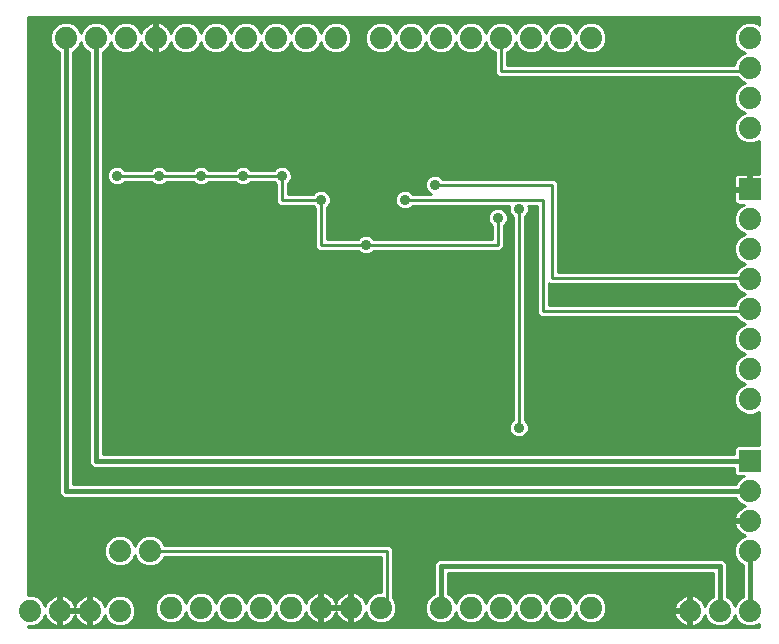
<source format=gbl>
G75*
%MOIN*%
%OFA0B0*%
%FSLAX24Y24*%
%IPPOS*%
%LPD*%
%AMOC8*
5,1,8,0,0,1.08239X$1,22.5*
%
%ADD10C,0.0740*%
%ADD11R,0.0740X0.0740*%
%ADD12C,0.0357*%
%ADD13C,0.0100*%
%ADD14C,0.0160*%
D10*
X009052Y002250D03*
X010052Y002250D03*
X011052Y002250D03*
X012052Y002250D03*
X013752Y002350D03*
X014752Y002350D03*
X015752Y002350D03*
X016752Y002350D03*
X017752Y002350D03*
X018752Y002350D03*
X019752Y002350D03*
X020752Y002350D03*
X022752Y002350D03*
X023752Y002350D03*
X024752Y002350D03*
X025752Y002350D03*
X026752Y002350D03*
X027752Y002350D03*
X031052Y002250D03*
X032052Y002250D03*
X033052Y002250D03*
X033052Y004250D03*
X033052Y005250D03*
X033052Y006250D03*
X033052Y009300D03*
X033052Y010300D03*
X033052Y011300D03*
X033052Y012300D03*
X033052Y013300D03*
X033052Y014300D03*
X033052Y015300D03*
X033052Y018350D03*
X033052Y019350D03*
X033052Y020350D03*
X033052Y021350D03*
X027752Y021350D03*
X026752Y021350D03*
X025752Y021350D03*
X024752Y021350D03*
X023752Y021350D03*
X022752Y021350D03*
X021752Y021350D03*
X020752Y021350D03*
X019252Y021350D03*
X018252Y021350D03*
X017252Y021350D03*
X016252Y021350D03*
X015252Y021350D03*
X014252Y021350D03*
X013252Y021350D03*
X012252Y021350D03*
X011252Y021350D03*
X010252Y021350D03*
X012052Y004250D03*
X013052Y004250D03*
D11*
X033052Y007250D03*
X033052Y016300D03*
D12*
X027052Y013950D03*
X027052Y012850D03*
X027052Y011750D03*
X027052Y010650D03*
X027052Y009750D03*
X025352Y008350D03*
X027052Y006750D03*
X023052Y011350D03*
X022052Y011350D03*
X020252Y014450D03*
X021552Y015950D03*
X022552Y016450D03*
X023552Y016950D03*
X025352Y015650D03*
X024652Y015350D03*
X018752Y015950D03*
X017452Y016750D03*
X016152Y016750D03*
X014752Y016750D03*
X013352Y016750D03*
X011952Y016750D03*
D13*
X009002Y001730D02*
X009002Y001700D01*
X033352Y001700D01*
X033352Y001815D01*
X033347Y001809D01*
X033156Y001730D01*
X032949Y001730D01*
X032758Y001809D01*
X032612Y001955D01*
X032552Y002098D01*
X032493Y001955D01*
X032347Y001809D01*
X032156Y001730D01*
X031949Y001730D01*
X031758Y001809D01*
X031612Y001955D01*
X031551Y002102D01*
X031534Y002050D01*
X031497Y001977D01*
X031449Y001911D01*
X031391Y001853D01*
X031325Y001805D01*
X031252Y001768D01*
X031174Y001743D01*
X031102Y001731D01*
X031102Y002200D01*
X031002Y002200D01*
X030534Y002200D01*
X030545Y002128D01*
X030570Y002050D01*
X030608Y001977D01*
X030656Y001911D01*
X030714Y001853D01*
X030780Y001805D01*
X030853Y001768D01*
X030931Y001743D01*
X031002Y001731D01*
X031002Y002200D01*
X031002Y002300D01*
X030534Y002300D01*
X030545Y002372D01*
X030570Y002450D01*
X030608Y002523D01*
X030656Y002589D01*
X030714Y002647D01*
X030780Y002695D01*
X030853Y002732D01*
X030931Y002757D01*
X031002Y002769D01*
X031002Y002300D01*
X031102Y002300D01*
X031102Y002769D01*
X031174Y002757D01*
X031252Y002732D01*
X031325Y002695D01*
X031391Y002647D01*
X031449Y002589D01*
X031497Y002523D01*
X031534Y002450D01*
X031551Y002398D01*
X031612Y002545D01*
X031758Y002691D01*
X031822Y002718D01*
X031822Y003520D01*
X022982Y003520D01*
X022982Y002818D01*
X023047Y002791D01*
X023193Y002645D01*
X023252Y002502D01*
X023312Y002645D01*
X023458Y002791D01*
X023649Y002870D01*
X023856Y002870D01*
X024047Y002791D01*
X024193Y002645D01*
X024252Y002502D01*
X024312Y002645D01*
X024458Y002791D01*
X024649Y002870D01*
X024856Y002870D01*
X025047Y002791D01*
X025193Y002645D01*
X025252Y002502D01*
X025312Y002645D01*
X025458Y002791D01*
X025649Y002870D01*
X025856Y002870D01*
X026047Y002791D01*
X026193Y002645D01*
X026252Y002502D01*
X026312Y002645D01*
X026458Y002791D01*
X026649Y002870D01*
X026856Y002870D01*
X027047Y002791D01*
X027193Y002645D01*
X027252Y002502D01*
X027312Y002645D01*
X027458Y002791D01*
X027649Y002870D01*
X027856Y002870D01*
X028047Y002791D01*
X028193Y002645D01*
X028272Y002453D01*
X028272Y002247D01*
X028193Y002055D01*
X028047Y001909D01*
X027856Y001830D01*
X027649Y001830D01*
X027458Y001909D01*
X027312Y002055D01*
X027252Y002198D01*
X027193Y002055D01*
X027047Y001909D01*
X026856Y001830D01*
X026649Y001830D01*
X026458Y001909D01*
X026312Y002055D01*
X026252Y002198D01*
X026193Y002055D01*
X026047Y001909D01*
X025856Y001830D01*
X025649Y001830D01*
X025458Y001909D01*
X025312Y002055D01*
X025252Y002198D01*
X025193Y002055D01*
X025047Y001909D01*
X024856Y001830D01*
X024649Y001830D01*
X024458Y001909D01*
X024312Y002055D01*
X024252Y002198D01*
X024193Y002055D01*
X024047Y001909D01*
X023856Y001830D01*
X023649Y001830D01*
X023458Y001909D01*
X023312Y002055D01*
X023252Y002198D01*
X023193Y002055D01*
X023047Y001909D01*
X022856Y001830D01*
X022649Y001830D01*
X022458Y001909D01*
X022312Y002055D01*
X022232Y002247D01*
X022232Y002453D01*
X022312Y002645D01*
X022458Y002791D01*
X022522Y002818D01*
X022522Y003845D01*
X022657Y003980D01*
X032148Y003980D01*
X032282Y003845D01*
X032282Y002718D01*
X032347Y002691D01*
X032493Y002545D01*
X032552Y002402D01*
X032612Y002545D01*
X032758Y002691D01*
X032822Y002718D01*
X032822Y003782D01*
X032758Y003809D01*
X032612Y003955D01*
X032532Y004147D01*
X032532Y004353D01*
X032612Y004545D01*
X032758Y004691D01*
X032904Y004751D01*
X032853Y004768D01*
X032780Y004805D01*
X032714Y004853D01*
X032656Y004911D01*
X032608Y004977D01*
X032570Y005050D01*
X032545Y005128D01*
X032534Y005200D01*
X033002Y005200D01*
X033002Y005300D01*
X032534Y005300D01*
X032545Y005372D01*
X032570Y005450D01*
X032608Y005523D01*
X032656Y005589D01*
X032714Y005647D01*
X032780Y005695D01*
X032853Y005732D01*
X032904Y005749D01*
X032758Y005809D01*
X032612Y005955D01*
X032585Y006020D01*
X010157Y006020D01*
X010022Y006155D01*
X010022Y020882D01*
X009958Y020909D01*
X009812Y021055D01*
X009732Y021247D01*
X009732Y021453D01*
X009812Y021645D01*
X009958Y021791D01*
X010149Y021870D01*
X010356Y021870D01*
X010547Y021791D01*
X010693Y021645D01*
X010752Y021502D01*
X010812Y021645D01*
X010958Y021791D01*
X011149Y021870D01*
X011356Y021870D01*
X011547Y021791D01*
X011693Y021645D01*
X011752Y021502D01*
X011812Y021645D01*
X011958Y021791D01*
X012149Y021870D01*
X012356Y021870D01*
X012547Y021791D01*
X012693Y021645D01*
X012754Y021498D01*
X012770Y021550D01*
X012808Y021623D01*
X012856Y021689D01*
X012914Y021747D01*
X012980Y021795D01*
X013053Y021832D01*
X013131Y021857D01*
X013202Y021869D01*
X013202Y021400D01*
X013302Y021400D01*
X013302Y021869D01*
X013374Y021857D01*
X013452Y021832D01*
X013525Y021795D01*
X013591Y021747D01*
X013649Y021689D01*
X013697Y021623D01*
X013734Y021550D01*
X013751Y021498D01*
X013812Y021645D01*
X013958Y021791D01*
X014149Y021870D01*
X014356Y021870D01*
X014547Y021791D01*
X014693Y021645D01*
X014752Y021502D01*
X014812Y021645D01*
X014958Y021791D01*
X015149Y021870D01*
X015356Y021870D01*
X015547Y021791D01*
X015693Y021645D01*
X015752Y021502D01*
X015812Y021645D01*
X015958Y021791D01*
X016149Y021870D01*
X016356Y021870D01*
X016547Y021791D01*
X016693Y021645D01*
X016752Y021502D01*
X016812Y021645D01*
X016958Y021791D01*
X017149Y021870D01*
X017356Y021870D01*
X017547Y021791D01*
X017693Y021645D01*
X017752Y021502D01*
X017812Y021645D01*
X017958Y021791D01*
X018149Y021870D01*
X018356Y021870D01*
X018547Y021791D01*
X018693Y021645D01*
X018752Y021502D01*
X018812Y021645D01*
X018958Y021791D01*
X019149Y021870D01*
X019356Y021870D01*
X019547Y021791D01*
X019693Y021645D01*
X019772Y021453D01*
X019772Y021247D01*
X019693Y021055D01*
X019547Y020909D01*
X019356Y020830D01*
X019149Y020830D01*
X018958Y020909D01*
X018812Y021055D01*
X018752Y021198D01*
X018693Y021055D01*
X018547Y020909D01*
X018356Y020830D01*
X018149Y020830D01*
X017958Y020909D01*
X017812Y021055D01*
X017752Y021198D01*
X017693Y021055D01*
X017547Y020909D01*
X017356Y020830D01*
X017149Y020830D01*
X016958Y020909D01*
X016812Y021055D01*
X016752Y021198D01*
X016693Y021055D01*
X016547Y020909D01*
X016356Y020830D01*
X016149Y020830D01*
X015958Y020909D01*
X015812Y021055D01*
X015752Y021198D01*
X015693Y021055D01*
X015547Y020909D01*
X015356Y020830D01*
X015149Y020830D01*
X014958Y020909D01*
X014812Y021055D01*
X014752Y021198D01*
X014693Y021055D01*
X014547Y020909D01*
X014356Y020830D01*
X014149Y020830D01*
X013958Y020909D01*
X013812Y021055D01*
X013751Y021202D01*
X013734Y021150D01*
X013697Y021077D01*
X013649Y021011D01*
X013591Y020953D01*
X013525Y020905D01*
X013452Y020868D01*
X013374Y020843D01*
X013302Y020831D01*
X013302Y021300D01*
X013202Y021300D01*
X013202Y020831D01*
X013131Y020843D01*
X013053Y020868D01*
X012980Y020905D01*
X012914Y020953D01*
X012856Y021011D01*
X012808Y021077D01*
X012770Y021150D01*
X012754Y021202D01*
X012693Y021055D01*
X012547Y020909D01*
X012356Y020830D01*
X012149Y020830D01*
X011958Y020909D01*
X011812Y021055D01*
X011752Y021198D01*
X011693Y021055D01*
X011547Y020909D01*
X011482Y020882D01*
X011482Y007480D01*
X032532Y007480D01*
X032532Y007682D01*
X032620Y007770D01*
X033352Y007770D01*
X033352Y008865D01*
X033347Y008859D01*
X033156Y008780D01*
X032949Y008780D01*
X032758Y008859D01*
X032612Y009005D01*
X032532Y009197D01*
X032532Y009403D01*
X032612Y009595D01*
X032758Y009741D01*
X032901Y009800D01*
X032758Y009859D01*
X032612Y010005D01*
X032532Y010197D01*
X032532Y010403D01*
X032612Y010595D01*
X032758Y010741D01*
X032901Y010800D01*
X032758Y010859D01*
X032612Y011005D01*
X032532Y011197D01*
X032532Y011403D01*
X025552Y011403D01*
X025552Y011305D02*
X032532Y011305D01*
X032532Y011403D02*
X032612Y011595D01*
X032758Y011741D01*
X032901Y011800D01*
X032758Y011859D01*
X032612Y012005D01*
X032593Y012050D01*
X026070Y012050D01*
X025952Y012167D01*
X025952Y015750D01*
X025666Y015750D01*
X025681Y015715D01*
X025681Y015585D01*
X025631Y015464D01*
X025552Y015386D01*
X025552Y008614D01*
X025631Y008536D01*
X025681Y008415D01*
X025681Y008285D01*
X025631Y008164D01*
X025538Y008072D01*
X025418Y008022D01*
X025287Y008022D01*
X025166Y008072D01*
X025074Y008164D01*
X025024Y008285D01*
X025024Y008415D01*
X025074Y008536D01*
X025152Y008614D01*
X025152Y015386D01*
X025074Y015464D01*
X025024Y015585D01*
X025024Y015715D01*
X025038Y015750D01*
X021817Y015750D01*
X021738Y015672D01*
X021618Y015622D01*
X021487Y015622D01*
X021366Y015672D01*
X021274Y015764D01*
X021224Y015885D01*
X021224Y016015D01*
X021274Y016136D01*
X021366Y016228D01*
X021487Y016278D01*
X021618Y016278D01*
X021738Y016228D01*
X021817Y016150D01*
X022418Y016150D01*
X022366Y016172D01*
X022274Y016264D01*
X022224Y016385D01*
X022224Y016515D01*
X022274Y016636D01*
X022366Y016728D01*
X022487Y016778D01*
X022618Y016778D01*
X022738Y016728D01*
X022817Y016650D01*
X026535Y016650D01*
X026652Y016533D01*
X026652Y013550D01*
X032593Y013550D01*
X032612Y013595D01*
X032758Y013741D01*
X032901Y013800D01*
X032758Y013859D01*
X032612Y014005D01*
X032532Y014197D01*
X032532Y014403D01*
X032612Y014595D01*
X032758Y014741D01*
X032901Y014800D01*
X032758Y014859D01*
X032612Y015005D01*
X032532Y015197D01*
X032532Y015403D01*
X032612Y015595D01*
X032758Y015741D01*
X032852Y015780D01*
X032663Y015780D01*
X032624Y015790D01*
X032590Y015810D01*
X032562Y015838D01*
X032543Y015872D01*
X032532Y015910D01*
X032532Y016250D01*
X033002Y016250D01*
X033002Y016350D01*
X032532Y016350D01*
X032532Y016690D01*
X032543Y016728D01*
X032562Y016762D01*
X032590Y016790D01*
X032624Y016810D01*
X032663Y016820D01*
X033002Y016820D01*
X033002Y016350D01*
X033102Y016350D01*
X033102Y016820D01*
X033352Y016820D01*
X033352Y017915D01*
X033347Y017909D01*
X033156Y017830D01*
X032949Y017830D01*
X032758Y017909D01*
X032612Y018055D01*
X032532Y018247D01*
X032532Y018453D01*
X032612Y018645D01*
X032758Y018791D01*
X032901Y018850D01*
X032758Y018909D01*
X032612Y019055D01*
X032532Y019247D01*
X032532Y019453D01*
X032612Y019645D01*
X032758Y019791D01*
X032901Y019850D01*
X032758Y019909D01*
X032617Y020050D01*
X024670Y020050D01*
X024552Y020167D01*
X024552Y020870D01*
X024458Y020909D01*
X024312Y021055D01*
X024252Y021198D01*
X024193Y021055D01*
X024047Y020909D01*
X023856Y020830D01*
X023649Y020830D01*
X023458Y020909D01*
X023312Y021055D01*
X023252Y021198D01*
X023193Y021055D01*
X023047Y020909D01*
X022856Y020830D01*
X022649Y020830D01*
X022458Y020909D01*
X022312Y021055D01*
X022252Y021198D01*
X022193Y021055D01*
X022047Y020909D01*
X021856Y020830D01*
X021649Y020830D01*
X021458Y020909D01*
X021312Y021055D01*
X021252Y021198D01*
X021193Y021055D01*
X021047Y020909D01*
X020856Y020830D01*
X020649Y020830D01*
X020458Y020909D01*
X020312Y021055D01*
X020232Y021247D01*
X020232Y021453D01*
X020312Y021645D01*
X020458Y021791D01*
X020649Y021870D01*
X020856Y021870D01*
X021047Y021791D01*
X021193Y021645D01*
X021252Y021502D01*
X021312Y021645D01*
X021458Y021791D01*
X021649Y021870D01*
X021856Y021870D01*
X022047Y021791D01*
X022193Y021645D01*
X022252Y021502D01*
X022312Y021645D01*
X022458Y021791D01*
X022649Y021870D01*
X022856Y021870D01*
X023047Y021791D01*
X023193Y021645D01*
X023252Y021502D01*
X023312Y021645D01*
X023458Y021791D01*
X023649Y021870D01*
X023856Y021870D01*
X024047Y021791D01*
X024193Y021645D01*
X024252Y021502D01*
X024312Y021645D01*
X024458Y021791D01*
X024649Y021870D01*
X024856Y021870D01*
X025047Y021791D01*
X025193Y021645D01*
X025252Y021502D01*
X025312Y021645D01*
X025458Y021791D01*
X025649Y021870D01*
X025856Y021870D01*
X026047Y021791D01*
X026193Y021645D01*
X026252Y021502D01*
X026312Y021645D01*
X026458Y021791D01*
X026649Y021870D01*
X026856Y021870D01*
X027047Y021791D01*
X027193Y021645D01*
X027252Y021502D01*
X027312Y021645D01*
X027458Y021791D01*
X027649Y021870D01*
X027856Y021870D01*
X028047Y021791D01*
X028193Y021645D01*
X028272Y021453D01*
X028272Y021247D01*
X028193Y021055D01*
X028047Y020909D01*
X027856Y020830D01*
X027649Y020830D01*
X027458Y020909D01*
X027312Y021055D01*
X027252Y021198D01*
X027193Y021055D01*
X027047Y020909D01*
X026856Y020830D01*
X026649Y020830D01*
X026458Y020909D01*
X026312Y021055D01*
X026252Y021198D01*
X026193Y021055D01*
X026047Y020909D01*
X025856Y020830D01*
X025649Y020830D01*
X025458Y020909D01*
X025312Y021055D01*
X025252Y021198D01*
X025193Y021055D01*
X025047Y020909D01*
X024952Y020870D01*
X024952Y020450D01*
X032532Y020450D01*
X032532Y020453D01*
X032612Y020645D01*
X032758Y020791D01*
X032901Y020850D01*
X032758Y020909D01*
X032612Y021055D01*
X032532Y021247D01*
X032532Y021453D01*
X032612Y021645D01*
X032758Y021791D01*
X032949Y021870D01*
X033156Y021870D01*
X033347Y021791D01*
X033352Y021785D01*
X033352Y022050D01*
X009002Y022050D01*
X009002Y002770D01*
X009156Y002770D01*
X009347Y002691D01*
X009493Y002545D01*
X009554Y002398D01*
X009570Y002450D01*
X009608Y002523D01*
X009656Y002589D01*
X009714Y002647D01*
X009780Y002695D01*
X009853Y002732D01*
X009931Y002757D01*
X010002Y002769D01*
X010002Y002300D01*
X010102Y002300D01*
X010102Y002769D01*
X010174Y002757D01*
X010252Y002732D01*
X010325Y002695D01*
X010391Y002647D01*
X010449Y002589D01*
X010497Y002523D01*
X010534Y002450D01*
X010552Y002394D01*
X010570Y002450D01*
X010608Y002523D01*
X010656Y002589D01*
X010714Y002647D01*
X010780Y002695D01*
X010853Y002732D01*
X010931Y002757D01*
X011002Y002769D01*
X011002Y002300D01*
X011002Y002200D01*
X010534Y002200D01*
X010102Y002200D01*
X010102Y001731D01*
X010174Y001743D01*
X010252Y001768D01*
X010325Y001805D01*
X010391Y001853D01*
X010449Y001911D01*
X010497Y001977D01*
X010534Y002050D01*
X010552Y002106D01*
X010570Y002050D01*
X010608Y001977D01*
X010656Y001911D01*
X010714Y001853D01*
X010780Y001805D01*
X010853Y001768D01*
X010931Y001743D01*
X011002Y001731D01*
X011002Y002200D01*
X011102Y002200D01*
X011102Y001731D01*
X011174Y001743D01*
X011252Y001768D01*
X011325Y001805D01*
X011391Y001853D01*
X011449Y001911D01*
X011497Y001977D01*
X011534Y002050D01*
X011551Y002102D01*
X011612Y001955D01*
X011758Y001809D01*
X011949Y001730D01*
X012156Y001730D01*
X012347Y001809D01*
X012493Y001955D01*
X012572Y002147D01*
X012572Y002353D01*
X012493Y002545D01*
X012347Y002691D01*
X012156Y002770D01*
X011949Y002770D01*
X011758Y002691D01*
X011612Y002545D01*
X011551Y002398D01*
X011534Y002450D01*
X011497Y002523D01*
X011449Y002589D01*
X011391Y002647D01*
X011325Y002695D01*
X011252Y002732D01*
X011174Y002757D01*
X011102Y002769D01*
X011102Y002300D01*
X011002Y002300D01*
X010102Y002300D01*
X010102Y002200D01*
X010002Y002200D01*
X010002Y001731D01*
X009931Y001743D01*
X009853Y001768D01*
X009780Y001805D01*
X009714Y001853D01*
X009656Y001911D01*
X009608Y001977D01*
X009570Y002050D01*
X009554Y002102D01*
X009493Y001955D01*
X009347Y001809D01*
X009156Y001730D01*
X009002Y001730D01*
X009204Y001750D02*
X009908Y001750D01*
X010002Y001750D02*
X010102Y001750D01*
X010196Y001750D02*
X010908Y001750D01*
X011002Y001750D02*
X011102Y001750D01*
X011196Y001750D02*
X011901Y001750D01*
X011718Y001849D02*
X011384Y001849D01*
X011475Y001947D02*
X011620Y001947D01*
X011574Y002046D02*
X011532Y002046D01*
X011538Y002440D02*
X011568Y002440D01*
X011609Y002538D02*
X011486Y002538D01*
X011401Y002637D02*
X011703Y002637D01*
X011864Y002735D02*
X011242Y002735D01*
X011102Y002735D02*
X011002Y002735D01*
X011002Y002637D02*
X011102Y002637D01*
X011102Y002538D02*
X011002Y002538D01*
X011002Y002440D02*
X011102Y002440D01*
X011102Y002341D02*
X011002Y002341D01*
X011002Y002243D02*
X010102Y002243D01*
X010102Y002341D02*
X010002Y002341D01*
X010002Y002440D02*
X010102Y002440D01*
X010102Y002538D02*
X010002Y002538D01*
X010002Y002637D02*
X010102Y002637D01*
X010102Y002735D02*
X010002Y002735D01*
X009862Y002735D02*
X009240Y002735D01*
X009401Y002637D02*
X009703Y002637D01*
X009619Y002538D02*
X009496Y002538D01*
X009537Y002440D02*
X009567Y002440D01*
X009573Y002046D02*
X009530Y002046D01*
X009485Y001947D02*
X009630Y001947D01*
X009720Y001849D02*
X009386Y001849D01*
X010002Y001849D02*
X010102Y001849D01*
X010102Y001947D02*
X010002Y001947D01*
X010002Y002046D02*
X010102Y002046D01*
X010102Y002144D02*
X010002Y002144D01*
X010384Y001849D02*
X010720Y001849D01*
X010630Y001947D02*
X010475Y001947D01*
X010532Y002046D02*
X010573Y002046D01*
X010567Y002440D02*
X010538Y002440D01*
X010486Y002538D02*
X010619Y002538D01*
X010703Y002637D02*
X010401Y002637D01*
X010242Y002735D02*
X010862Y002735D01*
X011002Y002144D02*
X011102Y002144D01*
X011102Y002046D02*
X011002Y002046D01*
X011002Y001947D02*
X011102Y001947D01*
X011102Y001849D02*
X011002Y001849D01*
X012204Y001750D02*
X030908Y001750D01*
X031002Y001750D02*
X031102Y001750D01*
X031196Y001750D02*
X031901Y001750D01*
X031718Y001849D02*
X031384Y001849D01*
X031475Y001947D02*
X031620Y001947D01*
X031574Y002046D02*
X031532Y002046D01*
X031538Y002440D02*
X031568Y002440D01*
X031609Y002538D02*
X031486Y002538D01*
X031401Y002637D02*
X031703Y002637D01*
X031822Y002735D02*
X031242Y002735D01*
X031102Y002735D02*
X031002Y002735D01*
X031002Y002637D02*
X031102Y002637D01*
X031102Y002538D02*
X031002Y002538D01*
X031002Y002440D02*
X031102Y002440D01*
X031102Y002341D02*
X031002Y002341D01*
X031002Y002243D02*
X028271Y002243D01*
X028272Y002341D02*
X030540Y002341D01*
X030567Y002440D02*
X028272Y002440D01*
X028237Y002538D02*
X030619Y002538D01*
X030703Y002637D02*
X028197Y002637D01*
X028103Y002735D02*
X030862Y002735D01*
X031002Y002144D02*
X031102Y002144D01*
X031102Y002046D02*
X031002Y002046D01*
X031002Y001947D02*
X031102Y001947D01*
X031102Y001849D02*
X031002Y001849D01*
X030720Y001849D02*
X027900Y001849D01*
X028085Y001947D02*
X030630Y001947D01*
X030573Y002046D02*
X028183Y002046D01*
X028230Y002144D02*
X030543Y002144D01*
X031822Y002834D02*
X027944Y002834D01*
X027561Y002834D02*
X026944Y002834D01*
X027103Y002735D02*
X027402Y002735D01*
X027308Y002637D02*
X027197Y002637D01*
X027237Y002538D02*
X027267Y002538D01*
X027275Y002144D02*
X027230Y002144D01*
X027183Y002046D02*
X027321Y002046D01*
X027420Y001947D02*
X027085Y001947D01*
X026900Y001849D02*
X027604Y001849D01*
X026604Y001849D02*
X025900Y001849D01*
X026085Y001947D02*
X026420Y001947D01*
X026321Y002046D02*
X026183Y002046D01*
X026230Y002144D02*
X026275Y002144D01*
X026267Y002538D02*
X026237Y002538D01*
X026197Y002637D02*
X026308Y002637D01*
X026402Y002735D02*
X026103Y002735D01*
X025944Y002834D02*
X026561Y002834D01*
X025561Y002834D02*
X024944Y002834D01*
X025103Y002735D02*
X025402Y002735D01*
X025308Y002637D02*
X025197Y002637D01*
X025237Y002538D02*
X025267Y002538D01*
X025275Y002144D02*
X025230Y002144D01*
X025183Y002046D02*
X025321Y002046D01*
X025420Y001947D02*
X025085Y001947D01*
X024900Y001849D02*
X025604Y001849D01*
X024604Y001849D02*
X023900Y001849D01*
X024085Y001947D02*
X024420Y001947D01*
X024321Y002046D02*
X024183Y002046D01*
X024230Y002144D02*
X024275Y002144D01*
X024267Y002538D02*
X024237Y002538D01*
X024197Y002637D02*
X024308Y002637D01*
X024402Y002735D02*
X024103Y002735D01*
X023944Y002834D02*
X024561Y002834D01*
X023561Y002834D02*
X022982Y002834D01*
X022982Y002932D02*
X031822Y002932D01*
X031822Y003031D02*
X022982Y003031D01*
X022982Y003129D02*
X031822Y003129D01*
X031822Y003228D02*
X022982Y003228D01*
X022982Y003326D02*
X031822Y003326D01*
X031822Y003425D02*
X022982Y003425D01*
X022522Y003425D02*
X021152Y003425D01*
X021152Y003523D02*
X022522Y003523D01*
X022522Y003622D02*
X021152Y003622D01*
X021152Y003720D02*
X022522Y003720D01*
X022522Y003819D02*
X021152Y003819D01*
X021152Y003917D02*
X022594Y003917D01*
X022522Y003326D02*
X021152Y003326D01*
X021152Y003228D02*
X022522Y003228D01*
X022522Y003129D02*
X021152Y003129D01*
X021152Y003031D02*
X022522Y003031D01*
X022522Y002932D02*
X021152Y002932D01*
X021152Y002834D02*
X022522Y002834D01*
X022402Y002735D02*
X021152Y002735D01*
X021152Y002685D02*
X021152Y004333D01*
X021035Y004450D01*
X013532Y004450D01*
X013493Y004545D01*
X013347Y004691D01*
X013156Y004770D01*
X012949Y004770D01*
X012758Y004691D01*
X012612Y004545D01*
X012552Y004402D01*
X012493Y004545D01*
X012347Y004691D01*
X012156Y004770D01*
X011949Y004770D01*
X011758Y004691D01*
X011612Y004545D01*
X011532Y004353D01*
X011532Y004147D01*
X011612Y003955D01*
X011758Y003809D01*
X011949Y003730D01*
X012156Y003730D01*
X012347Y003809D01*
X012493Y003955D01*
X012552Y004098D01*
X012612Y003955D01*
X012758Y003809D01*
X012949Y003730D01*
X013156Y003730D01*
X013347Y003809D01*
X013493Y003955D01*
X013532Y004050D01*
X020752Y004050D01*
X020752Y002870D01*
X020649Y002870D01*
X020458Y002791D01*
X020312Y002645D01*
X020251Y002498D01*
X020234Y002550D01*
X020197Y002623D01*
X020149Y002689D01*
X020091Y002747D01*
X020025Y002795D01*
X019952Y002832D01*
X019874Y002857D01*
X019802Y002869D01*
X019802Y002400D01*
X019702Y002400D01*
X019702Y002300D01*
X019234Y002300D01*
X018802Y002300D01*
X018802Y001831D01*
X018874Y001843D01*
X018952Y001868D01*
X019025Y001905D01*
X019091Y001953D01*
X019149Y002011D01*
X019197Y002077D01*
X019234Y002150D01*
X019252Y002206D01*
X019270Y002150D01*
X019308Y002077D01*
X019356Y002011D01*
X019414Y001953D01*
X019480Y001905D01*
X019553Y001868D01*
X019631Y001843D01*
X019702Y001831D01*
X019702Y002300D01*
X019802Y002300D01*
X019802Y001831D01*
X019874Y001843D01*
X019952Y001868D01*
X020025Y001905D01*
X020091Y001953D01*
X020149Y002011D01*
X020197Y002077D01*
X020234Y002150D01*
X020251Y002202D01*
X020312Y002055D01*
X020458Y001909D01*
X020649Y001830D01*
X020856Y001830D01*
X021047Y001909D01*
X021193Y002055D01*
X021272Y002247D01*
X021272Y002453D01*
X021193Y002645D01*
X021152Y002685D01*
X021197Y002637D02*
X022308Y002637D01*
X022267Y002538D02*
X021237Y002538D01*
X021272Y002440D02*
X022232Y002440D01*
X022232Y002341D02*
X021272Y002341D01*
X021271Y002243D02*
X022234Y002243D01*
X022275Y002144D02*
X021230Y002144D01*
X021183Y002046D02*
X022321Y002046D01*
X022420Y001947D02*
X021085Y001947D01*
X020900Y001849D02*
X022604Y001849D01*
X022900Y001849D02*
X023604Y001849D01*
X023420Y001947D02*
X023085Y001947D01*
X023183Y002046D02*
X023321Y002046D01*
X023275Y002144D02*
X023230Y002144D01*
X023237Y002538D02*
X023267Y002538D01*
X023308Y002637D02*
X023197Y002637D01*
X023103Y002735D02*
X023402Y002735D01*
X021152Y004016D02*
X032587Y004016D01*
X032546Y004114D02*
X021152Y004114D01*
X021152Y004213D02*
X032532Y004213D01*
X032532Y004311D02*
X021152Y004311D01*
X021076Y004410D02*
X032556Y004410D01*
X032596Y004508D02*
X013508Y004508D01*
X013431Y004607D02*
X032673Y004607D01*
X032792Y004705D02*
X013313Y004705D01*
X012792Y004705D02*
X012313Y004705D01*
X012431Y004607D02*
X012673Y004607D01*
X012596Y004508D02*
X012508Y004508D01*
X012549Y004410D02*
X012556Y004410D01*
X013052Y004250D02*
X020952Y004250D01*
X020952Y002350D01*
X020752Y002350D01*
X020402Y002735D02*
X020103Y002735D01*
X020187Y002637D02*
X020308Y002637D01*
X020267Y002538D02*
X020238Y002538D01*
X020231Y002144D02*
X020275Y002144D01*
X020321Y002046D02*
X020174Y002046D01*
X020082Y001947D02*
X020420Y001947D01*
X020604Y001849D02*
X019892Y001849D01*
X019802Y001849D02*
X019702Y001849D01*
X019613Y001849D02*
X018892Y001849D01*
X018802Y001849D02*
X018702Y001849D01*
X018702Y001831D02*
X018702Y002300D01*
X018802Y002300D01*
X018802Y002400D01*
X018702Y002400D01*
X018702Y002869D01*
X018631Y002857D01*
X018553Y002832D01*
X018480Y002795D01*
X018414Y002747D01*
X018356Y002689D01*
X018308Y002623D01*
X018270Y002550D01*
X018254Y002498D01*
X018193Y002645D01*
X018047Y002791D01*
X017856Y002870D01*
X017649Y002870D01*
X017458Y002791D01*
X017312Y002645D01*
X017252Y002502D01*
X017193Y002645D01*
X017047Y002791D01*
X016856Y002870D01*
X016649Y002870D01*
X016458Y002791D01*
X016312Y002645D01*
X016252Y002502D01*
X016193Y002645D01*
X016047Y002791D01*
X015856Y002870D01*
X015649Y002870D01*
X015458Y002791D01*
X015312Y002645D01*
X015252Y002502D01*
X015193Y002645D01*
X015047Y002791D01*
X014856Y002870D01*
X014649Y002870D01*
X014458Y002791D01*
X014312Y002645D01*
X014252Y002502D01*
X014193Y002645D01*
X014047Y002791D01*
X013856Y002870D01*
X013649Y002870D01*
X013458Y002791D01*
X013312Y002645D01*
X013232Y002453D01*
X013232Y002247D01*
X013312Y002055D01*
X013458Y001909D01*
X013649Y001830D01*
X013856Y001830D01*
X014047Y001909D01*
X014193Y002055D01*
X014252Y002198D01*
X014312Y002055D01*
X014458Y001909D01*
X014649Y001830D01*
X014856Y001830D01*
X015047Y001909D01*
X015193Y002055D01*
X015252Y002198D01*
X015312Y002055D01*
X015458Y001909D01*
X015649Y001830D01*
X015856Y001830D01*
X016047Y001909D01*
X016193Y002055D01*
X016252Y002198D01*
X016312Y002055D01*
X016458Y001909D01*
X016649Y001830D01*
X016856Y001830D01*
X017047Y001909D01*
X017193Y002055D01*
X017252Y002198D01*
X017312Y002055D01*
X017458Y001909D01*
X017649Y001830D01*
X017856Y001830D01*
X018047Y001909D01*
X018193Y002055D01*
X018254Y002202D01*
X018270Y002150D01*
X018308Y002077D01*
X018356Y002011D01*
X018414Y001953D01*
X018480Y001905D01*
X018553Y001868D01*
X018631Y001843D01*
X018702Y001831D01*
X018613Y001849D02*
X017900Y001849D01*
X018085Y001947D02*
X018422Y001947D01*
X018331Y002046D02*
X018183Y002046D01*
X018230Y002144D02*
X018274Y002144D01*
X018267Y002538D02*
X018237Y002538D01*
X018197Y002637D02*
X018318Y002637D01*
X018402Y002735D02*
X018103Y002735D01*
X017944Y002834D02*
X018558Y002834D01*
X018702Y002834D02*
X018802Y002834D01*
X018802Y002869D02*
X018802Y002400D01*
X019702Y002400D01*
X019702Y002869D01*
X019631Y002857D01*
X019553Y002832D01*
X019480Y002795D01*
X019414Y002747D01*
X019356Y002689D01*
X019308Y002623D01*
X019270Y002550D01*
X019252Y002494D01*
X019234Y002550D01*
X019197Y002623D01*
X019149Y002689D01*
X019091Y002747D01*
X019025Y002795D01*
X018952Y002832D01*
X018874Y002857D01*
X018802Y002869D01*
X018802Y002735D02*
X018702Y002735D01*
X018702Y002637D02*
X018802Y002637D01*
X018802Y002538D02*
X018702Y002538D01*
X018702Y002440D02*
X018802Y002440D01*
X018802Y002341D02*
X019702Y002341D01*
X019702Y002243D02*
X019802Y002243D01*
X019802Y002144D02*
X019702Y002144D01*
X019702Y002046D02*
X019802Y002046D01*
X019802Y001947D02*
X019702Y001947D01*
X019422Y001947D02*
X019082Y001947D01*
X019174Y002046D02*
X019331Y002046D01*
X019274Y002144D02*
X019231Y002144D01*
X019238Y002538D02*
X019267Y002538D01*
X019318Y002637D02*
X019187Y002637D01*
X019103Y002735D02*
X019402Y002735D01*
X019558Y002834D02*
X018947Y002834D01*
X019702Y002834D02*
X019802Y002834D01*
X019802Y002735D02*
X019702Y002735D01*
X019702Y002637D02*
X019802Y002637D01*
X019802Y002538D02*
X019702Y002538D01*
X019702Y002440D02*
X019802Y002440D01*
X019947Y002834D02*
X020561Y002834D01*
X020752Y002932D02*
X009002Y002932D01*
X009002Y002834D02*
X013561Y002834D01*
X013402Y002735D02*
X012240Y002735D01*
X012401Y002637D02*
X013308Y002637D01*
X013267Y002538D02*
X012496Y002538D01*
X012537Y002440D02*
X013232Y002440D01*
X013232Y002341D02*
X012572Y002341D01*
X012572Y002243D02*
X013234Y002243D01*
X013275Y002144D02*
X012571Y002144D01*
X012530Y002046D02*
X013321Y002046D01*
X013420Y001947D02*
X012485Y001947D01*
X012386Y001849D02*
X013604Y001849D01*
X013900Y001849D02*
X014604Y001849D01*
X014420Y001947D02*
X014085Y001947D01*
X014183Y002046D02*
X014321Y002046D01*
X014275Y002144D02*
X014230Y002144D01*
X014237Y002538D02*
X014267Y002538D01*
X014308Y002637D02*
X014197Y002637D01*
X014103Y002735D02*
X014402Y002735D01*
X014561Y002834D02*
X013944Y002834D01*
X014944Y002834D02*
X015561Y002834D01*
X015402Y002735D02*
X015103Y002735D01*
X015197Y002637D02*
X015308Y002637D01*
X015267Y002538D02*
X015237Y002538D01*
X015230Y002144D02*
X015275Y002144D01*
X015321Y002046D02*
X015183Y002046D01*
X015085Y001947D02*
X015420Y001947D01*
X015604Y001849D02*
X014900Y001849D01*
X015900Y001849D02*
X016604Y001849D01*
X016420Y001947D02*
X016085Y001947D01*
X016183Y002046D02*
X016321Y002046D01*
X016275Y002144D02*
X016230Y002144D01*
X016237Y002538D02*
X016267Y002538D01*
X016308Y002637D02*
X016197Y002637D01*
X016103Y002735D02*
X016402Y002735D01*
X016561Y002834D02*
X015944Y002834D01*
X016944Y002834D02*
X017561Y002834D01*
X017402Y002735D02*
X017103Y002735D01*
X017197Y002637D02*
X017308Y002637D01*
X017267Y002538D02*
X017237Y002538D01*
X017230Y002144D02*
X017275Y002144D01*
X017321Y002046D02*
X017183Y002046D01*
X017085Y001947D02*
X017420Y001947D01*
X017604Y001849D02*
X016900Y001849D01*
X018702Y001947D02*
X018802Y001947D01*
X018802Y002046D02*
X018702Y002046D01*
X018702Y002144D02*
X018802Y002144D01*
X018802Y002243D02*
X018702Y002243D01*
X020752Y003031D02*
X009002Y003031D01*
X009002Y003129D02*
X020752Y003129D01*
X020752Y003228D02*
X009002Y003228D01*
X009002Y003326D02*
X020752Y003326D01*
X020752Y003425D02*
X009002Y003425D01*
X009002Y003523D02*
X020752Y003523D01*
X020752Y003622D02*
X009002Y003622D01*
X009002Y003720D02*
X020752Y003720D01*
X020752Y003819D02*
X013356Y003819D01*
X013455Y003917D02*
X020752Y003917D01*
X020752Y004016D02*
X013518Y004016D01*
X012748Y003819D02*
X012356Y003819D01*
X012455Y003917D02*
X012650Y003917D01*
X012587Y004016D02*
X012518Y004016D01*
X011748Y003819D02*
X009002Y003819D01*
X009002Y003917D02*
X011650Y003917D01*
X011587Y004016D02*
X009002Y004016D01*
X009002Y004114D02*
X011546Y004114D01*
X011532Y004213D02*
X009002Y004213D01*
X009002Y004311D02*
X011532Y004311D01*
X011556Y004410D02*
X009002Y004410D01*
X009002Y004508D02*
X011596Y004508D01*
X011673Y004607D02*
X009002Y004607D01*
X009002Y004705D02*
X011792Y004705D01*
X010093Y006084D02*
X009002Y006084D01*
X009002Y005986D02*
X032599Y005986D01*
X032680Y005887D02*
X009002Y005887D01*
X009002Y005789D02*
X032808Y005789D01*
X032773Y005690D02*
X009002Y005690D01*
X009002Y005592D02*
X032658Y005592D01*
X032593Y005493D02*
X009002Y005493D01*
X009002Y005395D02*
X032553Y005395D01*
X032534Y005198D02*
X009002Y005198D01*
X009002Y005296D02*
X033002Y005296D01*
X032555Y005099D02*
X009002Y005099D01*
X009002Y005001D02*
X032596Y005001D01*
X032665Y004902D02*
X009002Y004902D01*
X009002Y004804D02*
X032783Y004804D01*
X032650Y003917D02*
X032211Y003917D01*
X032282Y003819D02*
X032748Y003819D01*
X032822Y003720D02*
X032282Y003720D01*
X032282Y003622D02*
X032822Y003622D01*
X032822Y003523D02*
X032282Y003523D01*
X032282Y003425D02*
X032822Y003425D01*
X032822Y003326D02*
X032282Y003326D01*
X032282Y003228D02*
X032822Y003228D01*
X032822Y003129D02*
X032282Y003129D01*
X032282Y003031D02*
X032822Y003031D01*
X032822Y002932D02*
X032282Y002932D01*
X032282Y002834D02*
X032822Y002834D01*
X032822Y002735D02*
X032282Y002735D01*
X032401Y002637D02*
X032703Y002637D01*
X032609Y002538D02*
X032496Y002538D01*
X032537Y002440D02*
X032568Y002440D01*
X032574Y002046D02*
X032530Y002046D01*
X032485Y001947D02*
X032620Y001947D01*
X032718Y001849D02*
X032386Y001849D01*
X032204Y001750D02*
X032901Y001750D01*
X033204Y001750D02*
X033352Y001750D01*
X032585Y006480D02*
X010482Y006480D01*
X010482Y020882D01*
X010547Y020909D01*
X010693Y021055D01*
X010752Y021198D01*
X010812Y021055D01*
X010958Y020909D01*
X011022Y020882D01*
X011022Y007155D01*
X011157Y007020D01*
X032532Y007020D01*
X032532Y006818D01*
X032620Y006730D01*
X032852Y006730D01*
X032758Y006691D01*
X032612Y006545D01*
X032585Y006480D01*
X032643Y006577D02*
X010482Y006577D01*
X010482Y006675D02*
X032742Y006675D01*
X032577Y006774D02*
X010482Y006774D01*
X010482Y006872D02*
X032532Y006872D01*
X032532Y006971D02*
X010482Y006971D01*
X010482Y007069D02*
X011108Y007069D01*
X011022Y007168D02*
X010482Y007168D01*
X010482Y007266D02*
X011022Y007266D01*
X011022Y007365D02*
X010482Y007365D01*
X010482Y007463D02*
X011022Y007463D01*
X011022Y007562D02*
X010482Y007562D01*
X010482Y007660D02*
X011022Y007660D01*
X011022Y007759D02*
X010482Y007759D01*
X010482Y007857D02*
X011022Y007857D01*
X011022Y007956D02*
X010482Y007956D01*
X010482Y008054D02*
X011022Y008054D01*
X011022Y008153D02*
X010482Y008153D01*
X010482Y008251D02*
X011022Y008251D01*
X011022Y008350D02*
X010482Y008350D01*
X010482Y008448D02*
X011022Y008448D01*
X011022Y008547D02*
X010482Y008547D01*
X010482Y008645D02*
X011022Y008645D01*
X011022Y008744D02*
X010482Y008744D01*
X010482Y008842D02*
X011022Y008842D01*
X011022Y008941D02*
X010482Y008941D01*
X010482Y009039D02*
X011022Y009039D01*
X011022Y009138D02*
X010482Y009138D01*
X010482Y009236D02*
X011022Y009236D01*
X011022Y009335D02*
X010482Y009335D01*
X010482Y009433D02*
X011022Y009433D01*
X011022Y009532D02*
X010482Y009532D01*
X010482Y009630D02*
X011022Y009630D01*
X011022Y009729D02*
X010482Y009729D01*
X010482Y009827D02*
X011022Y009827D01*
X011022Y009926D02*
X010482Y009926D01*
X010482Y010024D02*
X011022Y010024D01*
X011022Y010123D02*
X010482Y010123D01*
X010482Y010221D02*
X011022Y010221D01*
X011022Y010320D02*
X010482Y010320D01*
X010482Y010418D02*
X011022Y010418D01*
X011022Y010517D02*
X010482Y010517D01*
X010482Y010615D02*
X011022Y010615D01*
X011022Y010714D02*
X010482Y010714D01*
X010482Y010812D02*
X011022Y010812D01*
X011022Y010911D02*
X010482Y010911D01*
X010482Y011009D02*
X011022Y011009D01*
X011022Y011108D02*
X010482Y011108D01*
X010482Y011206D02*
X011022Y011206D01*
X011022Y011305D02*
X010482Y011305D01*
X010482Y011403D02*
X011022Y011403D01*
X011022Y011502D02*
X010482Y011502D01*
X010482Y011600D02*
X011022Y011600D01*
X011022Y011699D02*
X010482Y011699D01*
X010482Y011797D02*
X011022Y011797D01*
X011022Y011896D02*
X010482Y011896D01*
X010482Y011994D02*
X011022Y011994D01*
X011022Y012093D02*
X010482Y012093D01*
X010482Y012191D02*
X011022Y012191D01*
X011022Y012290D02*
X010482Y012290D01*
X010482Y012388D02*
X011022Y012388D01*
X011022Y012487D02*
X010482Y012487D01*
X010482Y012585D02*
X011022Y012585D01*
X011022Y012684D02*
X010482Y012684D01*
X010482Y012782D02*
X011022Y012782D01*
X011022Y012881D02*
X010482Y012881D01*
X010482Y012979D02*
X011022Y012979D01*
X011022Y013078D02*
X010482Y013078D01*
X010482Y013176D02*
X011022Y013176D01*
X011022Y013275D02*
X010482Y013275D01*
X010482Y013373D02*
X011022Y013373D01*
X011022Y013472D02*
X010482Y013472D01*
X010482Y013570D02*
X011022Y013570D01*
X011022Y013669D02*
X010482Y013669D01*
X010482Y013767D02*
X011022Y013767D01*
X011022Y013866D02*
X010482Y013866D01*
X010482Y013964D02*
X011022Y013964D01*
X011022Y014063D02*
X010482Y014063D01*
X010482Y014161D02*
X011022Y014161D01*
X011022Y014260D02*
X010482Y014260D01*
X010482Y014358D02*
X011022Y014358D01*
X011022Y014457D02*
X010482Y014457D01*
X010482Y014555D02*
X011022Y014555D01*
X011022Y014654D02*
X010482Y014654D01*
X010482Y014752D02*
X011022Y014752D01*
X011022Y014851D02*
X010482Y014851D01*
X010482Y014949D02*
X011022Y014949D01*
X011022Y015048D02*
X010482Y015048D01*
X010482Y015146D02*
X011022Y015146D01*
X011022Y015245D02*
X010482Y015245D01*
X010482Y015343D02*
X011022Y015343D01*
X011022Y015442D02*
X010482Y015442D01*
X010482Y015540D02*
X011022Y015540D01*
X011022Y015639D02*
X010482Y015639D01*
X010482Y015737D02*
X011022Y015737D01*
X011022Y015836D02*
X010482Y015836D01*
X010482Y015934D02*
X011022Y015934D01*
X011022Y016033D02*
X010482Y016033D01*
X010482Y016131D02*
X011022Y016131D01*
X011022Y016230D02*
X010482Y016230D01*
X010482Y016328D02*
X011022Y016328D01*
X011022Y016427D02*
X010482Y016427D01*
X010482Y016525D02*
X011022Y016525D01*
X011022Y016624D02*
X010482Y016624D01*
X010482Y016722D02*
X011022Y016722D01*
X011022Y016821D02*
X010482Y016821D01*
X010482Y016919D02*
X011022Y016919D01*
X011022Y017018D02*
X010482Y017018D01*
X010482Y017116D02*
X011022Y017116D01*
X011022Y017215D02*
X010482Y017215D01*
X010482Y017313D02*
X011022Y017313D01*
X011022Y017412D02*
X010482Y017412D01*
X010482Y017510D02*
X011022Y017510D01*
X011022Y017609D02*
X010482Y017609D01*
X010482Y017707D02*
X011022Y017707D01*
X011022Y017806D02*
X010482Y017806D01*
X010482Y017904D02*
X011022Y017904D01*
X011022Y018003D02*
X010482Y018003D01*
X010482Y018101D02*
X011022Y018101D01*
X011022Y018200D02*
X010482Y018200D01*
X010482Y018298D02*
X011022Y018298D01*
X011022Y018397D02*
X010482Y018397D01*
X010482Y018495D02*
X011022Y018495D01*
X011022Y018594D02*
X010482Y018594D01*
X010482Y018692D02*
X011022Y018692D01*
X011022Y018791D02*
X010482Y018791D01*
X010482Y018889D02*
X011022Y018889D01*
X011022Y018988D02*
X010482Y018988D01*
X010482Y019086D02*
X011022Y019086D01*
X011022Y019185D02*
X010482Y019185D01*
X010482Y019283D02*
X011022Y019283D01*
X011022Y019382D02*
X010482Y019382D01*
X010482Y019480D02*
X011022Y019480D01*
X011022Y019579D02*
X010482Y019579D01*
X010482Y019677D02*
X011022Y019677D01*
X011022Y019776D02*
X010482Y019776D01*
X010482Y019874D02*
X011022Y019874D01*
X011022Y019973D02*
X010482Y019973D01*
X010482Y020071D02*
X011022Y020071D01*
X011022Y020170D02*
X010482Y020170D01*
X010482Y020268D02*
X011022Y020268D01*
X011022Y020367D02*
X010482Y020367D01*
X010482Y020465D02*
X011022Y020465D01*
X011022Y020564D02*
X010482Y020564D01*
X010482Y020662D02*
X011022Y020662D01*
X011022Y020761D02*
X010482Y020761D01*
X010482Y020859D02*
X011022Y020859D01*
X010909Y020958D02*
X010595Y020958D01*
X010693Y021056D02*
X010811Y021056D01*
X010770Y021155D02*
X010734Y021155D01*
X010733Y021549D02*
X010772Y021549D01*
X010814Y021647D02*
X010691Y021647D01*
X010592Y021746D02*
X010913Y021746D01*
X011086Y021844D02*
X010418Y021844D01*
X010086Y021844D02*
X009002Y021844D01*
X009002Y021746D02*
X009913Y021746D01*
X009814Y021647D02*
X009002Y021647D01*
X009002Y021549D02*
X009772Y021549D01*
X009732Y021450D02*
X009002Y021450D01*
X009002Y021352D02*
X009732Y021352D01*
X009732Y021253D02*
X009002Y021253D01*
X009002Y021155D02*
X009770Y021155D01*
X009811Y021056D02*
X009002Y021056D01*
X009002Y020958D02*
X009909Y020958D01*
X010022Y020859D02*
X009002Y020859D01*
X009002Y020761D02*
X010022Y020761D01*
X010022Y020662D02*
X009002Y020662D01*
X009002Y020564D02*
X010022Y020564D01*
X010022Y020465D02*
X009002Y020465D01*
X009002Y020367D02*
X010022Y020367D01*
X010022Y020268D02*
X009002Y020268D01*
X009002Y020170D02*
X010022Y020170D01*
X010022Y020071D02*
X009002Y020071D01*
X009002Y019973D02*
X010022Y019973D01*
X010022Y019874D02*
X009002Y019874D01*
X009002Y019776D02*
X010022Y019776D01*
X010022Y019677D02*
X009002Y019677D01*
X009002Y019579D02*
X010022Y019579D01*
X010022Y019480D02*
X009002Y019480D01*
X009002Y019382D02*
X010022Y019382D01*
X010022Y019283D02*
X009002Y019283D01*
X009002Y019185D02*
X010022Y019185D01*
X010022Y019086D02*
X009002Y019086D01*
X009002Y018988D02*
X010022Y018988D01*
X010022Y018889D02*
X009002Y018889D01*
X009002Y018791D02*
X010022Y018791D01*
X010022Y018692D02*
X009002Y018692D01*
X009002Y018594D02*
X010022Y018594D01*
X010022Y018495D02*
X009002Y018495D01*
X009002Y018397D02*
X010022Y018397D01*
X010022Y018298D02*
X009002Y018298D01*
X009002Y018200D02*
X010022Y018200D01*
X010022Y018101D02*
X009002Y018101D01*
X009002Y018003D02*
X010022Y018003D01*
X010022Y017904D02*
X009002Y017904D01*
X009002Y017806D02*
X010022Y017806D01*
X010022Y017707D02*
X009002Y017707D01*
X009002Y017609D02*
X010022Y017609D01*
X010022Y017510D02*
X009002Y017510D01*
X009002Y017412D02*
X010022Y017412D01*
X010022Y017313D02*
X009002Y017313D01*
X009002Y017215D02*
X010022Y017215D01*
X010022Y017116D02*
X009002Y017116D01*
X009002Y017018D02*
X010022Y017018D01*
X010022Y016919D02*
X009002Y016919D01*
X009002Y016821D02*
X010022Y016821D01*
X010022Y016722D02*
X009002Y016722D01*
X009002Y016624D02*
X010022Y016624D01*
X010022Y016525D02*
X009002Y016525D01*
X009002Y016427D02*
X010022Y016427D01*
X010022Y016328D02*
X009002Y016328D01*
X009002Y016230D02*
X010022Y016230D01*
X010022Y016131D02*
X009002Y016131D01*
X009002Y016033D02*
X010022Y016033D01*
X010022Y015934D02*
X009002Y015934D01*
X009002Y015836D02*
X010022Y015836D01*
X010022Y015737D02*
X009002Y015737D01*
X009002Y015639D02*
X010022Y015639D01*
X010022Y015540D02*
X009002Y015540D01*
X009002Y015442D02*
X010022Y015442D01*
X010022Y015343D02*
X009002Y015343D01*
X009002Y015245D02*
X010022Y015245D01*
X010022Y015146D02*
X009002Y015146D01*
X009002Y015048D02*
X010022Y015048D01*
X010022Y014949D02*
X009002Y014949D01*
X009002Y014851D02*
X010022Y014851D01*
X010022Y014752D02*
X009002Y014752D01*
X009002Y014654D02*
X010022Y014654D01*
X010022Y014555D02*
X009002Y014555D01*
X009002Y014457D02*
X010022Y014457D01*
X010022Y014358D02*
X009002Y014358D01*
X009002Y014260D02*
X010022Y014260D01*
X010022Y014161D02*
X009002Y014161D01*
X009002Y014063D02*
X010022Y014063D01*
X010022Y013964D02*
X009002Y013964D01*
X009002Y013866D02*
X010022Y013866D01*
X010022Y013767D02*
X009002Y013767D01*
X009002Y013669D02*
X010022Y013669D01*
X010022Y013570D02*
X009002Y013570D01*
X009002Y013472D02*
X010022Y013472D01*
X010022Y013373D02*
X009002Y013373D01*
X009002Y013275D02*
X010022Y013275D01*
X010022Y013176D02*
X009002Y013176D01*
X009002Y013078D02*
X010022Y013078D01*
X010022Y012979D02*
X009002Y012979D01*
X009002Y012881D02*
X010022Y012881D01*
X010022Y012782D02*
X009002Y012782D01*
X009002Y012684D02*
X010022Y012684D01*
X010022Y012585D02*
X009002Y012585D01*
X009002Y012487D02*
X010022Y012487D01*
X010022Y012388D02*
X009002Y012388D01*
X009002Y012290D02*
X010022Y012290D01*
X010022Y012191D02*
X009002Y012191D01*
X009002Y012093D02*
X010022Y012093D01*
X010022Y011994D02*
X009002Y011994D01*
X009002Y011896D02*
X010022Y011896D01*
X010022Y011797D02*
X009002Y011797D01*
X009002Y011699D02*
X010022Y011699D01*
X010022Y011600D02*
X009002Y011600D01*
X009002Y011502D02*
X010022Y011502D01*
X010022Y011403D02*
X009002Y011403D01*
X009002Y011305D02*
X010022Y011305D01*
X010022Y011206D02*
X009002Y011206D01*
X009002Y011108D02*
X010022Y011108D01*
X010022Y011009D02*
X009002Y011009D01*
X009002Y010911D02*
X010022Y010911D01*
X010022Y010812D02*
X009002Y010812D01*
X009002Y010714D02*
X010022Y010714D01*
X010022Y010615D02*
X009002Y010615D01*
X009002Y010517D02*
X010022Y010517D01*
X010022Y010418D02*
X009002Y010418D01*
X009002Y010320D02*
X010022Y010320D01*
X010022Y010221D02*
X009002Y010221D01*
X009002Y010123D02*
X010022Y010123D01*
X010022Y010024D02*
X009002Y010024D01*
X009002Y009926D02*
X010022Y009926D01*
X010022Y009827D02*
X009002Y009827D01*
X009002Y009729D02*
X010022Y009729D01*
X010022Y009630D02*
X009002Y009630D01*
X009002Y009532D02*
X010022Y009532D01*
X010022Y009433D02*
X009002Y009433D01*
X009002Y009335D02*
X010022Y009335D01*
X010022Y009236D02*
X009002Y009236D01*
X009002Y009138D02*
X010022Y009138D01*
X010022Y009039D02*
X009002Y009039D01*
X009002Y008941D02*
X010022Y008941D01*
X010022Y008842D02*
X009002Y008842D01*
X009002Y008744D02*
X010022Y008744D01*
X010022Y008645D02*
X009002Y008645D01*
X009002Y008547D02*
X010022Y008547D01*
X010022Y008448D02*
X009002Y008448D01*
X009002Y008350D02*
X010022Y008350D01*
X010022Y008251D02*
X009002Y008251D01*
X009002Y008153D02*
X010022Y008153D01*
X010022Y008054D02*
X009002Y008054D01*
X009002Y007956D02*
X010022Y007956D01*
X010022Y007857D02*
X009002Y007857D01*
X009002Y007759D02*
X010022Y007759D01*
X010022Y007660D02*
X009002Y007660D01*
X009002Y007562D02*
X010022Y007562D01*
X010022Y007463D02*
X009002Y007463D01*
X009002Y007365D02*
X010022Y007365D01*
X010022Y007266D02*
X009002Y007266D01*
X009002Y007168D02*
X010022Y007168D01*
X010022Y007069D02*
X009002Y007069D01*
X009002Y006971D02*
X010022Y006971D01*
X010022Y006872D02*
X009002Y006872D01*
X009002Y006774D02*
X010022Y006774D01*
X010022Y006675D02*
X009002Y006675D01*
X009002Y006577D02*
X010022Y006577D01*
X010022Y006478D02*
X009002Y006478D01*
X009002Y006380D02*
X010022Y006380D01*
X010022Y006281D02*
X009002Y006281D01*
X009002Y006183D02*
X010022Y006183D01*
X011482Y007562D02*
X032532Y007562D01*
X032532Y007660D02*
X011482Y007660D01*
X011482Y007759D02*
X032609Y007759D01*
X033352Y007857D02*
X011482Y007857D01*
X011482Y007956D02*
X033352Y007956D01*
X033352Y008054D02*
X025496Y008054D01*
X025619Y008153D02*
X033352Y008153D01*
X033352Y008251D02*
X025667Y008251D01*
X025681Y008350D02*
X033352Y008350D01*
X033352Y008448D02*
X025667Y008448D01*
X025620Y008547D02*
X033352Y008547D01*
X033352Y008645D02*
X025552Y008645D01*
X025552Y008744D02*
X033352Y008744D01*
X033352Y008842D02*
X033306Y008842D01*
X032799Y008842D02*
X025552Y008842D01*
X025552Y008941D02*
X032676Y008941D01*
X032598Y009039D02*
X025552Y009039D01*
X025552Y009138D02*
X032557Y009138D01*
X032532Y009236D02*
X025552Y009236D01*
X025552Y009335D02*
X032532Y009335D01*
X032545Y009433D02*
X025552Y009433D01*
X025552Y009532D02*
X032585Y009532D01*
X032647Y009630D02*
X025552Y009630D01*
X025552Y009729D02*
X032745Y009729D01*
X032835Y009827D02*
X025552Y009827D01*
X025552Y009926D02*
X032691Y009926D01*
X032604Y010024D02*
X025552Y010024D01*
X025552Y010123D02*
X032563Y010123D01*
X032532Y010221D02*
X025552Y010221D01*
X025552Y010320D02*
X032532Y010320D01*
X032538Y010418D02*
X025552Y010418D01*
X025552Y010517D02*
X032579Y010517D01*
X032632Y010615D02*
X025552Y010615D01*
X025552Y010714D02*
X032730Y010714D01*
X032872Y010812D02*
X025552Y010812D01*
X025552Y010911D02*
X032706Y010911D01*
X032610Y011009D02*
X025552Y011009D01*
X025552Y011108D02*
X032569Y011108D01*
X032532Y011206D02*
X025552Y011206D01*
X025552Y011502D02*
X032573Y011502D01*
X032617Y011600D02*
X025552Y011600D01*
X025552Y011699D02*
X032715Y011699D01*
X032721Y011896D02*
X025552Y011896D01*
X025552Y011994D02*
X032623Y011994D01*
X032893Y011797D02*
X025552Y011797D01*
X025552Y012093D02*
X026027Y012093D01*
X025952Y012191D02*
X025552Y012191D01*
X025552Y012290D02*
X025952Y012290D01*
X025952Y012388D02*
X025552Y012388D01*
X025552Y012487D02*
X025952Y012487D01*
X025952Y012585D02*
X025552Y012585D01*
X025552Y012684D02*
X025952Y012684D01*
X025952Y012782D02*
X025552Y012782D01*
X025552Y012881D02*
X025952Y012881D01*
X025952Y012979D02*
X025552Y012979D01*
X025552Y013078D02*
X025952Y013078D01*
X025952Y013176D02*
X025552Y013176D01*
X025552Y013275D02*
X025952Y013275D01*
X025952Y013373D02*
X025552Y013373D01*
X025552Y013472D02*
X025952Y013472D01*
X025952Y013570D02*
X025552Y013570D01*
X025552Y013669D02*
X025952Y013669D01*
X025952Y013767D02*
X025552Y013767D01*
X025552Y013866D02*
X025952Y013866D01*
X025952Y013964D02*
X025552Y013964D01*
X025552Y014063D02*
X025952Y014063D01*
X025952Y014161D02*
X025552Y014161D01*
X025552Y014260D02*
X025952Y014260D01*
X025952Y014358D02*
X025552Y014358D01*
X025552Y014457D02*
X025952Y014457D01*
X025952Y014555D02*
X025552Y014555D01*
X025552Y014654D02*
X025952Y014654D01*
X025952Y014752D02*
X025552Y014752D01*
X025552Y014851D02*
X025952Y014851D01*
X025952Y014949D02*
X025552Y014949D01*
X025552Y015048D02*
X025952Y015048D01*
X025952Y015146D02*
X025552Y015146D01*
X025552Y015245D02*
X025952Y015245D01*
X025952Y015343D02*
X025552Y015343D01*
X025608Y015442D02*
X025952Y015442D01*
X025952Y015540D02*
X025662Y015540D01*
X025681Y015639D02*
X025952Y015639D01*
X025952Y015737D02*
X025672Y015737D01*
X025352Y015650D02*
X025352Y008350D01*
X025024Y008350D02*
X011482Y008350D01*
X011482Y008448D02*
X025037Y008448D01*
X025084Y008547D02*
X011482Y008547D01*
X011482Y008645D02*
X025152Y008645D01*
X025152Y008744D02*
X011482Y008744D01*
X011482Y008842D02*
X025152Y008842D01*
X025152Y008941D02*
X011482Y008941D01*
X011482Y009039D02*
X025152Y009039D01*
X025152Y009138D02*
X011482Y009138D01*
X011482Y009236D02*
X025152Y009236D01*
X025152Y009335D02*
X011482Y009335D01*
X011482Y009433D02*
X025152Y009433D01*
X025152Y009532D02*
X011482Y009532D01*
X011482Y009630D02*
X025152Y009630D01*
X025152Y009729D02*
X011482Y009729D01*
X011482Y009827D02*
X025152Y009827D01*
X025152Y009926D02*
X011482Y009926D01*
X011482Y010024D02*
X025152Y010024D01*
X025152Y010123D02*
X011482Y010123D01*
X011482Y010221D02*
X025152Y010221D01*
X025152Y010320D02*
X011482Y010320D01*
X011482Y010418D02*
X025152Y010418D01*
X025152Y010517D02*
X011482Y010517D01*
X011482Y010615D02*
X025152Y010615D01*
X025152Y010714D02*
X011482Y010714D01*
X011482Y010812D02*
X025152Y010812D01*
X025152Y010911D02*
X011482Y010911D01*
X011482Y011009D02*
X025152Y011009D01*
X025152Y011108D02*
X011482Y011108D01*
X011482Y011206D02*
X025152Y011206D01*
X025152Y011305D02*
X011482Y011305D01*
X011482Y011403D02*
X025152Y011403D01*
X025152Y011502D02*
X011482Y011502D01*
X011482Y011600D02*
X025152Y011600D01*
X025152Y011699D02*
X011482Y011699D01*
X011482Y011797D02*
X025152Y011797D01*
X025152Y011896D02*
X011482Y011896D01*
X011482Y011994D02*
X025152Y011994D01*
X025152Y012093D02*
X011482Y012093D01*
X011482Y012191D02*
X025152Y012191D01*
X025152Y012290D02*
X011482Y012290D01*
X011482Y012388D02*
X025152Y012388D01*
X025152Y012487D02*
X011482Y012487D01*
X011482Y012585D02*
X025152Y012585D01*
X025152Y012684D02*
X011482Y012684D01*
X011482Y012782D02*
X025152Y012782D01*
X025152Y012881D02*
X011482Y012881D01*
X011482Y012979D02*
X025152Y012979D01*
X025152Y013078D02*
X011482Y013078D01*
X011482Y013176D02*
X025152Y013176D01*
X025152Y013275D02*
X011482Y013275D01*
X011482Y013373D02*
X025152Y013373D01*
X025152Y013472D02*
X011482Y013472D01*
X011482Y013570D02*
X025152Y013570D01*
X025152Y013669D02*
X011482Y013669D01*
X011482Y013767D02*
X025152Y013767D01*
X025152Y013866D02*
X011482Y013866D01*
X011482Y013964D02*
X025152Y013964D01*
X025152Y014063D02*
X011482Y014063D01*
X011482Y014161D02*
X020092Y014161D01*
X020066Y014172D02*
X020187Y014122D01*
X020318Y014122D01*
X020438Y014172D01*
X020517Y014250D01*
X024735Y014250D01*
X024852Y014367D01*
X024852Y015086D01*
X024931Y015164D01*
X024981Y015285D01*
X024981Y015415D01*
X024931Y015536D01*
X024838Y015628D01*
X024718Y015678D01*
X024587Y015678D01*
X024466Y015628D01*
X024374Y015536D01*
X024324Y015415D01*
X024324Y015285D01*
X024374Y015164D01*
X024452Y015086D01*
X024452Y014650D01*
X020517Y014650D01*
X020438Y014728D01*
X020318Y014778D01*
X020187Y014778D01*
X020066Y014728D01*
X019988Y014650D01*
X018952Y014650D01*
X018952Y015686D01*
X019031Y015764D01*
X019081Y015885D01*
X019081Y016015D01*
X019031Y016136D01*
X018938Y016228D01*
X018818Y016278D01*
X018687Y016278D01*
X018566Y016228D01*
X018488Y016150D01*
X017652Y016150D01*
X017652Y016486D01*
X017731Y016564D01*
X017781Y016685D01*
X017781Y016815D01*
X017731Y016936D01*
X017638Y017028D01*
X017518Y017078D01*
X017387Y017078D01*
X017266Y017028D01*
X017188Y016950D01*
X016417Y016950D01*
X016338Y017028D01*
X016218Y017078D01*
X016087Y017078D01*
X015966Y017028D01*
X015888Y016950D01*
X015017Y016950D01*
X014938Y017028D01*
X014818Y017078D01*
X014687Y017078D01*
X014566Y017028D01*
X014488Y016950D01*
X013617Y016950D01*
X013538Y017028D01*
X013418Y017078D01*
X013287Y017078D01*
X013166Y017028D01*
X013088Y016950D01*
X012217Y016950D01*
X012138Y017028D01*
X012018Y017078D01*
X011887Y017078D01*
X011766Y017028D01*
X011674Y016936D01*
X011624Y016815D01*
X011624Y016685D01*
X011674Y016564D01*
X011766Y016472D01*
X011887Y016422D01*
X012018Y016422D01*
X012138Y016472D01*
X012217Y016550D01*
X013088Y016550D01*
X013166Y016472D01*
X013287Y016422D01*
X013418Y016422D01*
X013538Y016472D01*
X013617Y016550D01*
X014488Y016550D01*
X014566Y016472D01*
X014687Y016422D01*
X014818Y016422D01*
X014938Y016472D01*
X015017Y016550D01*
X015888Y016550D01*
X015966Y016472D01*
X016087Y016422D01*
X016218Y016422D01*
X016338Y016472D01*
X016417Y016550D01*
X017188Y016550D01*
X017252Y016486D01*
X017252Y015867D01*
X017370Y015750D01*
X018488Y015750D01*
X018552Y015686D01*
X018552Y014367D01*
X018670Y014250D01*
X019988Y014250D01*
X020066Y014172D01*
X020252Y014450D02*
X018752Y014450D01*
X018752Y015950D01*
X017452Y015950D01*
X017452Y016750D01*
X016152Y016750D01*
X014752Y016750D01*
X013352Y016750D01*
X011952Y016750D01*
X011649Y016624D02*
X011482Y016624D01*
X011482Y016722D02*
X011624Y016722D01*
X011626Y016821D02*
X011482Y016821D01*
X011482Y016919D02*
X011667Y016919D01*
X011755Y017018D02*
X011482Y017018D01*
X011482Y017116D02*
X033352Y017116D01*
X033352Y017018D02*
X017649Y017018D01*
X017738Y016919D02*
X033352Y016919D01*
X033352Y016821D02*
X017779Y016821D01*
X017781Y016722D02*
X022360Y016722D01*
X022269Y016624D02*
X017755Y016624D01*
X017692Y016525D02*
X022228Y016525D01*
X022224Y016427D02*
X017652Y016427D01*
X017652Y016328D02*
X022247Y016328D01*
X022308Y016230D02*
X021736Y016230D01*
X021552Y015950D02*
X026152Y015950D01*
X026152Y012250D01*
X033052Y012250D01*
X033052Y012300D01*
X032700Y012684D02*
X026352Y012684D01*
X026352Y012782D02*
X032857Y012782D01*
X032901Y012800D02*
X032758Y012741D01*
X032612Y012595D01*
X032552Y012450D01*
X026352Y012450D01*
X026352Y013167D01*
X026370Y013150D01*
X032552Y013150D01*
X032612Y013005D01*
X032758Y012859D01*
X032901Y012800D01*
X032736Y012881D02*
X026352Y012881D01*
X026352Y012979D02*
X032638Y012979D01*
X032582Y013078D02*
X026352Y013078D01*
X026452Y013350D02*
X033052Y013350D01*
X033052Y013300D01*
X032686Y013669D02*
X026652Y013669D01*
X026652Y013767D02*
X032821Y013767D01*
X032751Y013866D02*
X026652Y013866D01*
X026652Y013964D02*
X032653Y013964D01*
X032588Y014063D02*
X026652Y014063D01*
X026652Y014161D02*
X032547Y014161D01*
X032532Y014260D02*
X026652Y014260D01*
X026652Y014358D02*
X032532Y014358D01*
X032554Y014457D02*
X026652Y014457D01*
X026652Y014555D02*
X032595Y014555D01*
X032671Y014654D02*
X026652Y014654D01*
X026652Y014752D02*
X032785Y014752D01*
X032779Y014851D02*
X026652Y014851D01*
X026652Y014949D02*
X032668Y014949D01*
X032594Y015048D02*
X026652Y015048D01*
X026652Y015146D02*
X032553Y015146D01*
X032532Y015245D02*
X026652Y015245D01*
X026652Y015343D02*
X032532Y015343D01*
X032548Y015442D02*
X026652Y015442D01*
X026652Y015540D02*
X032589Y015540D01*
X032656Y015639D02*
X026652Y015639D01*
X026652Y015737D02*
X032754Y015737D01*
X032565Y015836D02*
X026652Y015836D01*
X026652Y015934D02*
X032532Y015934D01*
X032532Y016033D02*
X026652Y016033D01*
X026652Y016131D02*
X032532Y016131D01*
X032532Y016230D02*
X026652Y016230D01*
X026652Y016328D02*
X033002Y016328D01*
X033002Y016427D02*
X033102Y016427D01*
X033102Y016525D02*
X033002Y016525D01*
X033002Y016624D02*
X033102Y016624D01*
X033102Y016722D02*
X033002Y016722D01*
X032541Y016722D02*
X022745Y016722D01*
X022552Y016450D02*
X026452Y016450D01*
X026452Y013350D01*
X026652Y013570D02*
X032601Y013570D01*
X032608Y012585D02*
X026352Y012585D01*
X026352Y012487D02*
X032567Y012487D01*
X032532Y016427D02*
X026652Y016427D01*
X026652Y016525D02*
X032532Y016525D01*
X032532Y016624D02*
X026562Y016624D01*
X025033Y015737D02*
X021804Y015737D01*
X021659Y015639D02*
X024491Y015639D01*
X024378Y015540D02*
X018952Y015540D01*
X018952Y015442D02*
X024335Y015442D01*
X024324Y015343D02*
X018952Y015343D01*
X018952Y015245D02*
X024341Y015245D01*
X024392Y015146D02*
X018952Y015146D01*
X018952Y015048D02*
X024452Y015048D01*
X024452Y014949D02*
X018952Y014949D01*
X018952Y014851D02*
X024452Y014851D01*
X024452Y014752D02*
X020381Y014752D01*
X020513Y014654D02*
X024452Y014654D01*
X024652Y014450D02*
X020252Y014450D01*
X020123Y014752D02*
X018952Y014752D01*
X018952Y014654D02*
X019991Y014654D01*
X020413Y014161D02*
X025152Y014161D01*
X025152Y014260D02*
X024745Y014260D01*
X024843Y014358D02*
X025152Y014358D01*
X025152Y014457D02*
X024852Y014457D01*
X024852Y014555D02*
X025152Y014555D01*
X025152Y014654D02*
X024852Y014654D01*
X024852Y014752D02*
X025152Y014752D01*
X025152Y014851D02*
X024852Y014851D01*
X024852Y014949D02*
X025152Y014949D01*
X025152Y015048D02*
X024852Y015048D01*
X024913Y015146D02*
X025152Y015146D01*
X025152Y015245D02*
X024964Y015245D01*
X024981Y015343D02*
X025152Y015343D01*
X025096Y015442D02*
X024970Y015442D01*
X024927Y015540D02*
X025042Y015540D01*
X025024Y015639D02*
X024814Y015639D01*
X024652Y015350D02*
X024652Y014450D01*
X021446Y015639D02*
X018952Y015639D01*
X019004Y015737D02*
X021301Y015737D01*
X021244Y015836D02*
X019060Y015836D01*
X019081Y015934D02*
X021224Y015934D01*
X021231Y016033D02*
X019074Y016033D01*
X019033Y016131D02*
X021272Y016131D01*
X021369Y016230D02*
X018936Y016230D01*
X018569Y016230D02*
X017652Y016230D01*
X017252Y016230D02*
X011482Y016230D01*
X011482Y016328D02*
X017252Y016328D01*
X017252Y016427D02*
X016230Y016427D01*
X016075Y016427D02*
X014830Y016427D01*
X014675Y016427D02*
X013430Y016427D01*
X013275Y016427D02*
X012030Y016427D01*
X011875Y016427D02*
X011482Y016427D01*
X011482Y016525D02*
X011713Y016525D01*
X011482Y016131D02*
X017252Y016131D01*
X017252Y016033D02*
X011482Y016033D01*
X011482Y015934D02*
X017252Y015934D01*
X017284Y015836D02*
X011482Y015836D01*
X011482Y015737D02*
X018501Y015737D01*
X018552Y015639D02*
X011482Y015639D01*
X011482Y015540D02*
X018552Y015540D01*
X018552Y015442D02*
X011482Y015442D01*
X011482Y015343D02*
X018552Y015343D01*
X018552Y015245D02*
X011482Y015245D01*
X011482Y015146D02*
X018552Y015146D01*
X018552Y015048D02*
X011482Y015048D01*
X011482Y014949D02*
X018552Y014949D01*
X018552Y014851D02*
X011482Y014851D01*
X011482Y014752D02*
X018552Y014752D01*
X018552Y014654D02*
X011482Y014654D01*
X011482Y014555D02*
X018552Y014555D01*
X018552Y014457D02*
X011482Y014457D01*
X011482Y014358D02*
X018561Y014358D01*
X018660Y014260D02*
X011482Y014260D01*
X012192Y016525D02*
X013113Y016525D01*
X013592Y016525D02*
X014513Y016525D01*
X014992Y016525D02*
X015913Y016525D01*
X016392Y016525D02*
X017213Y016525D01*
X017255Y017018D02*
X016349Y017018D01*
X015955Y017018D02*
X014949Y017018D01*
X014555Y017018D02*
X013549Y017018D01*
X013155Y017018D02*
X012149Y017018D01*
X011482Y017215D02*
X033352Y017215D01*
X033352Y017313D02*
X011482Y017313D01*
X011482Y017412D02*
X033352Y017412D01*
X033352Y017510D02*
X011482Y017510D01*
X011482Y017609D02*
X033352Y017609D01*
X033352Y017707D02*
X011482Y017707D01*
X011482Y017806D02*
X033352Y017806D01*
X033352Y017904D02*
X033335Y017904D01*
X032770Y017904D02*
X011482Y017904D01*
X011482Y018003D02*
X032664Y018003D01*
X032593Y018101D02*
X011482Y018101D01*
X011482Y018200D02*
X032552Y018200D01*
X032532Y018298D02*
X011482Y018298D01*
X011482Y018397D02*
X032532Y018397D01*
X032550Y018495D02*
X011482Y018495D01*
X011482Y018594D02*
X032590Y018594D01*
X032659Y018692D02*
X011482Y018692D01*
X011482Y018791D02*
X032758Y018791D01*
X032806Y018889D02*
X011482Y018889D01*
X011482Y018988D02*
X032679Y018988D01*
X032599Y019086D02*
X011482Y019086D01*
X011482Y019185D02*
X032558Y019185D01*
X032532Y019283D02*
X011482Y019283D01*
X011482Y019382D02*
X032532Y019382D01*
X032543Y019480D02*
X011482Y019480D01*
X011482Y019579D02*
X032584Y019579D01*
X032644Y019677D02*
X011482Y019677D01*
X011482Y019776D02*
X032743Y019776D01*
X032843Y019874D02*
X011482Y019874D01*
X011482Y019973D02*
X032694Y019973D01*
X033052Y020250D02*
X033052Y020350D01*
X033052Y020250D02*
X024752Y020250D01*
X024752Y021350D01*
X024272Y021549D02*
X024233Y021549D01*
X024191Y021647D02*
X024314Y021647D01*
X024413Y021746D02*
X024092Y021746D01*
X023918Y021844D02*
X024586Y021844D01*
X024918Y021844D02*
X025586Y021844D01*
X025413Y021746D02*
X025092Y021746D01*
X025191Y021647D02*
X025314Y021647D01*
X025272Y021549D02*
X025233Y021549D01*
X025234Y021155D02*
X025270Y021155D01*
X025311Y021056D02*
X025193Y021056D01*
X025095Y020958D02*
X025409Y020958D01*
X025579Y020859D02*
X024952Y020859D01*
X024952Y020761D02*
X032728Y020761D01*
X032629Y020662D02*
X024952Y020662D01*
X024952Y020564D02*
X032578Y020564D01*
X032537Y020465D02*
X024952Y020465D01*
X024552Y020465D02*
X011482Y020465D01*
X011482Y020367D02*
X024552Y020367D01*
X024552Y020268D02*
X011482Y020268D01*
X011482Y020170D02*
X024552Y020170D01*
X024648Y020071D02*
X011482Y020071D01*
X011482Y020564D02*
X024552Y020564D01*
X024552Y020662D02*
X011482Y020662D01*
X011482Y020761D02*
X024552Y020761D01*
X024552Y020859D02*
X023926Y020859D01*
X024095Y020958D02*
X024409Y020958D01*
X024311Y021056D02*
X024193Y021056D01*
X024234Y021155D02*
X024270Y021155D01*
X023579Y020859D02*
X022926Y020859D01*
X023095Y020958D02*
X023409Y020958D01*
X023311Y021056D02*
X023193Y021056D01*
X023234Y021155D02*
X023270Y021155D01*
X023272Y021549D02*
X023233Y021549D01*
X023191Y021647D02*
X023314Y021647D01*
X023413Y021746D02*
X023092Y021746D01*
X022918Y021844D02*
X023586Y021844D01*
X022586Y021844D02*
X021918Y021844D01*
X022092Y021746D02*
X022413Y021746D01*
X022314Y021647D02*
X022191Y021647D01*
X022233Y021549D02*
X022272Y021549D01*
X022270Y021155D02*
X022234Y021155D01*
X022193Y021056D02*
X022311Y021056D01*
X022409Y020958D02*
X022095Y020958D01*
X021926Y020859D02*
X022579Y020859D01*
X021579Y020859D02*
X020926Y020859D01*
X021095Y020958D02*
X021409Y020958D01*
X021311Y021056D02*
X021193Y021056D01*
X021234Y021155D02*
X021270Y021155D01*
X021272Y021549D02*
X021233Y021549D01*
X021191Y021647D02*
X021314Y021647D01*
X021413Y021746D02*
X021092Y021746D01*
X020918Y021844D02*
X021586Y021844D01*
X020586Y021844D02*
X019418Y021844D01*
X019592Y021746D02*
X020413Y021746D01*
X020314Y021647D02*
X019691Y021647D01*
X019733Y021549D02*
X020272Y021549D01*
X020232Y021450D02*
X019772Y021450D01*
X019772Y021352D02*
X020232Y021352D01*
X020232Y021253D02*
X019772Y021253D01*
X019734Y021155D02*
X020270Y021155D01*
X020311Y021056D02*
X019693Y021056D01*
X019595Y020958D02*
X020409Y020958D01*
X020579Y020859D02*
X019426Y020859D01*
X019079Y020859D02*
X018426Y020859D01*
X018595Y020958D02*
X018909Y020958D01*
X018811Y021056D02*
X018693Y021056D01*
X018734Y021155D02*
X018770Y021155D01*
X018772Y021549D02*
X018733Y021549D01*
X018691Y021647D02*
X018814Y021647D01*
X018913Y021746D02*
X018592Y021746D01*
X018418Y021844D02*
X019086Y021844D01*
X018086Y021844D02*
X017418Y021844D01*
X017592Y021746D02*
X017913Y021746D01*
X017814Y021647D02*
X017691Y021647D01*
X017733Y021549D02*
X017772Y021549D01*
X017770Y021155D02*
X017734Y021155D01*
X017693Y021056D02*
X017811Y021056D01*
X017909Y020958D02*
X017595Y020958D01*
X017426Y020859D02*
X018079Y020859D01*
X017079Y020859D02*
X016426Y020859D01*
X016595Y020958D02*
X016909Y020958D01*
X016811Y021056D02*
X016693Y021056D01*
X016734Y021155D02*
X016770Y021155D01*
X016772Y021549D02*
X016733Y021549D01*
X016691Y021647D02*
X016814Y021647D01*
X016913Y021746D02*
X016592Y021746D01*
X016418Y021844D02*
X017086Y021844D01*
X016086Y021844D02*
X015418Y021844D01*
X015592Y021746D02*
X015913Y021746D01*
X015814Y021647D02*
X015691Y021647D01*
X015733Y021549D02*
X015772Y021549D01*
X015770Y021155D02*
X015734Y021155D01*
X015693Y021056D02*
X015811Y021056D01*
X015909Y020958D02*
X015595Y020958D01*
X015426Y020859D02*
X016079Y020859D01*
X015079Y020859D02*
X014426Y020859D01*
X014595Y020958D02*
X014909Y020958D01*
X014811Y021056D02*
X014693Y021056D01*
X014734Y021155D02*
X014770Y021155D01*
X014772Y021549D02*
X014733Y021549D01*
X014691Y021647D02*
X014814Y021647D01*
X014913Y021746D02*
X014592Y021746D01*
X014418Y021844D02*
X015086Y021844D01*
X014086Y021844D02*
X013415Y021844D01*
X013302Y021844D02*
X013202Y021844D01*
X013202Y021746D02*
X013302Y021746D01*
X013302Y021647D02*
X013202Y021647D01*
X013202Y021549D02*
X013302Y021549D01*
X013302Y021450D02*
X013202Y021450D01*
X013202Y021253D02*
X013302Y021253D01*
X013302Y021155D02*
X013202Y021155D01*
X013202Y021056D02*
X013302Y021056D01*
X013302Y020958D02*
X013202Y020958D01*
X013202Y020859D02*
X013302Y020859D01*
X013424Y020859D02*
X014079Y020859D01*
X013909Y020958D02*
X013595Y020958D01*
X013682Y021056D02*
X013811Y021056D01*
X013770Y021155D02*
X013736Y021155D01*
X013735Y021549D02*
X013772Y021549D01*
X013814Y021647D02*
X013679Y021647D01*
X013592Y021746D02*
X013913Y021746D01*
X013090Y021844D02*
X012418Y021844D01*
X012592Y021746D02*
X012913Y021746D01*
X012825Y021647D02*
X012691Y021647D01*
X012733Y021549D02*
X012770Y021549D01*
X012769Y021155D02*
X012734Y021155D01*
X012693Y021056D02*
X012823Y021056D01*
X012909Y020958D02*
X012595Y020958D01*
X012426Y020859D02*
X013081Y020859D01*
X012079Y020859D02*
X011482Y020859D01*
X011595Y020958D02*
X011909Y020958D01*
X011811Y021056D02*
X011693Y021056D01*
X011734Y021155D02*
X011770Y021155D01*
X011772Y021549D02*
X011733Y021549D01*
X011691Y021647D02*
X011814Y021647D01*
X011913Y021746D02*
X011592Y021746D01*
X011418Y021844D02*
X012086Y021844D01*
X009002Y021943D02*
X033352Y021943D01*
X033352Y022041D02*
X009002Y022041D01*
X025918Y021844D02*
X026586Y021844D01*
X026413Y021746D02*
X026092Y021746D01*
X026191Y021647D02*
X026314Y021647D01*
X026272Y021549D02*
X026233Y021549D01*
X026234Y021155D02*
X026270Y021155D01*
X026311Y021056D02*
X026193Y021056D01*
X026095Y020958D02*
X026409Y020958D01*
X026579Y020859D02*
X025926Y020859D01*
X026926Y020859D02*
X027579Y020859D01*
X027409Y020958D02*
X027095Y020958D01*
X027193Y021056D02*
X027311Y021056D01*
X027270Y021155D02*
X027234Y021155D01*
X027233Y021549D02*
X027272Y021549D01*
X027314Y021647D02*
X027191Y021647D01*
X027092Y021746D02*
X027413Y021746D01*
X027586Y021844D02*
X026918Y021844D01*
X027918Y021844D02*
X032886Y021844D01*
X032713Y021746D02*
X028092Y021746D01*
X028191Y021647D02*
X032614Y021647D01*
X032572Y021549D02*
X028233Y021549D01*
X028272Y021450D02*
X032532Y021450D01*
X032532Y021352D02*
X028272Y021352D01*
X028272Y021253D02*
X032532Y021253D01*
X032570Y021155D02*
X028234Y021155D01*
X028193Y021056D02*
X032611Y021056D01*
X032709Y020958D02*
X028095Y020958D01*
X027926Y020859D02*
X032879Y020859D01*
X033218Y021844D02*
X033352Y021844D01*
X025038Y008251D02*
X011482Y008251D01*
X011482Y008153D02*
X025085Y008153D01*
X025209Y008054D02*
X011482Y008054D01*
D14*
X011252Y007250D02*
X011252Y021350D01*
X010252Y021350D02*
X010252Y006250D01*
X033052Y006250D01*
X033052Y006150D01*
X033252Y006150D01*
X033252Y006250D01*
X033052Y006250D01*
X033052Y007250D02*
X011252Y007250D01*
X022752Y003750D02*
X022752Y002350D01*
X022752Y003750D02*
X032052Y003750D01*
X032052Y002250D01*
X033052Y002250D02*
X033052Y004250D01*
M02*

</source>
